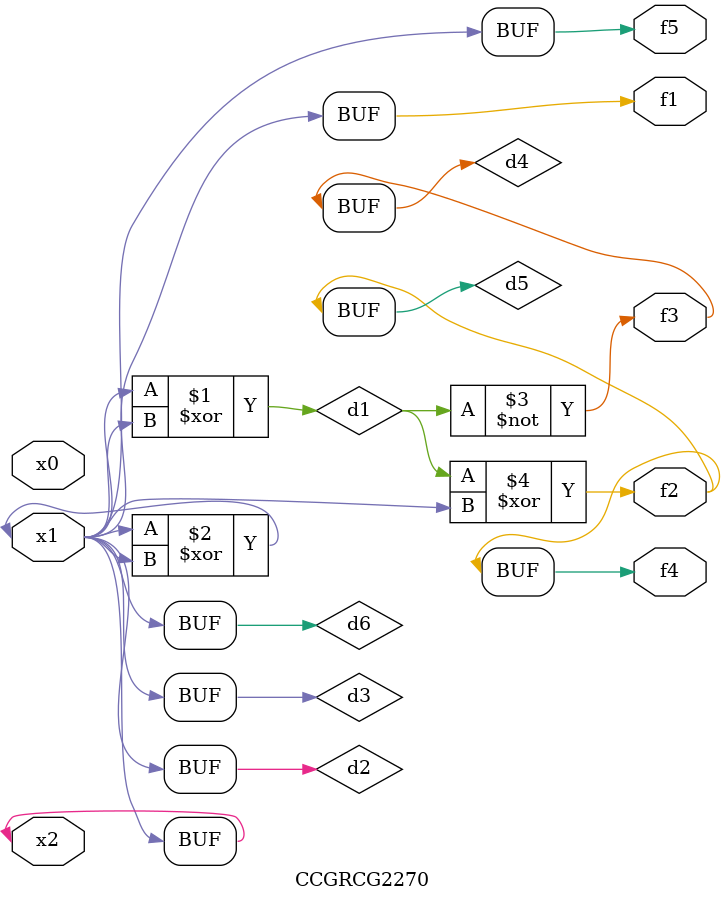
<source format=v>
module CCGRCG2270(
	input x0, x1, x2,
	output f1, f2, f3, f4, f5
);

	wire d1, d2, d3, d4, d5, d6;

	xor (d1, x1, x2);
	buf (d2, x1, x2);
	xor (d3, x1, x2);
	nor (d4, d1);
	xor (d5, d1, d2);
	buf (d6, d2, d3);
	assign f1 = d6;
	assign f2 = d5;
	assign f3 = d4;
	assign f4 = d5;
	assign f5 = d6;
endmodule

</source>
